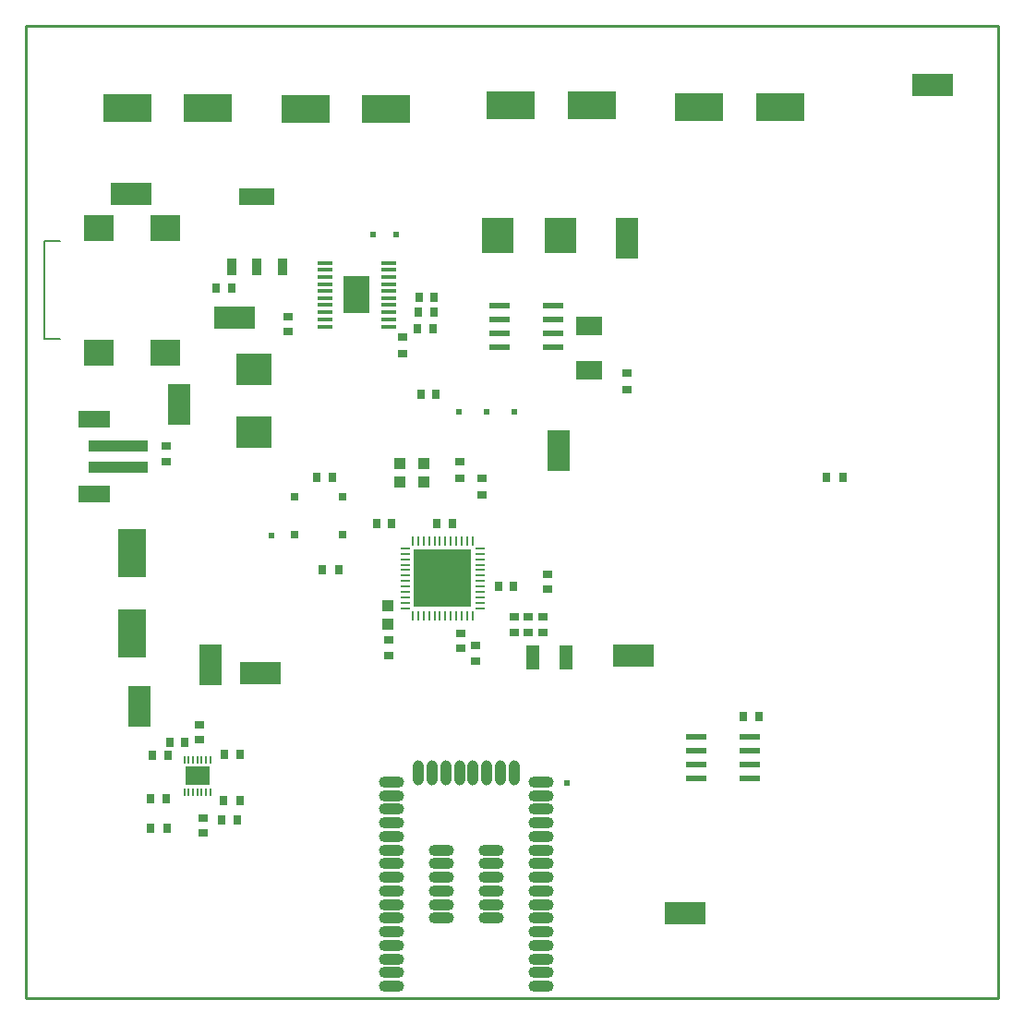
<source format=gtp>
G04 Layer_Color=8421504*
%FSLAX25Y25*%
%MOIN*%
G70*
G01*
G75*
%ADD10R,0.01024X0.03386*%
%ADD11R,0.03386X0.01024*%
%ADD12R,0.20866X0.20866*%
%ADD13R,0.09842X0.17323*%
%ADD14R,0.03500X0.06400*%
%ADD15R,0.12500X0.06400*%
%ADD16R,0.09400X0.13400*%
%ADD17R,0.05800X0.01400*%
%ADD18R,0.07800X0.02100*%
%ADD19R,0.07756X0.02362*%
%ADD20R,0.01000X0.02800*%
%ADD21R,0.09100X0.06700*%
%ADD22R,0.11024X0.09449*%
%ADD23R,0.14961X0.07992*%
%ADD24R,0.07992X0.14961*%
%ADD25R,0.02000X0.02000*%
G04:AMPARAMS|DCode=26|XSize=90.55mil|YSize=39.37mil|CornerRadius=19.68mil|HoleSize=0mil|Usage=FLASHONLY|Rotation=180.000|XOffset=0mil|YOffset=0mil|HoleType=Round|Shape=RoundedRectangle|*
%AMROUNDEDRECTD26*
21,1,0.09055,0.00000,0,0,180.0*
21,1,0.05118,0.03937,0,0,180.0*
1,1,0.03937,-0.02559,0.00000*
1,1,0.03937,0.02559,0.00000*
1,1,0.03937,0.02559,0.00000*
1,1,0.03937,-0.02559,0.00000*
%
%ADD26ROUNDEDRECTD26*%
G04:AMPARAMS|DCode=27|XSize=90.55mil|YSize=39.37mil|CornerRadius=19.68mil|HoleSize=0mil|Usage=FLASHONLY|Rotation=270.000|XOffset=0mil|YOffset=0mil|HoleType=Round|Shape=RoundedRectangle|*
%AMROUNDEDRECTD27*
21,1,0.09055,0.00000,0,0,270.0*
21,1,0.05118,0.03937,0,0,270.0*
1,1,0.03937,0.00000,-0.02559*
1,1,0.03937,0.00000,0.02559*
1,1,0.03937,0.00000,0.02559*
1,1,0.03937,0.00000,-0.02559*
%
%ADD27ROUNDEDRECTD27*%
%ADD28R,0.03543X0.02756*%
%ADD29R,0.03543X0.03150*%
%ADD30R,0.02756X0.03543*%
%ADD31R,0.11811X0.12598*%
%ADD32R,0.12598X0.11811*%
%ADD33R,0.09449X0.07087*%
%ADD34R,0.17323X0.09842*%
%ADD35R,0.03150X0.03543*%
%ADD36R,0.02000X0.02000*%
%ADD37R,0.03937X0.04331*%
%ADD38R,0.02362X0.01968*%
%ADD39R,0.04331X0.03858*%
%ADD40R,0.04528X0.08858*%
%ADD41R,0.21654X0.03937*%
%ADD42R,0.11811X0.06299*%
%ADD43R,0.02756X0.02756*%
%ADD44C,0.01000*%
%ADD47C,0.00800*%
G36*
X258698Y150761D02*
Y143402D01*
X251337D01*
Y150763D01*
X258698D01*
Y150761D01*
D02*
G37*
G36*
X248252Y143390D02*
X240894D01*
Y150773D01*
X248252D01*
Y143390D01*
D02*
G37*
G36*
X258710Y153847D02*
X251327D01*
Y161206D01*
X258710D01*
Y153847D01*
D02*
G37*
G36*
X248265Y153835D02*
X240881D01*
Y161219D01*
X248265D01*
Y153835D01*
D02*
G37*
D10*
X260827Y165524D02*
D03*
X258858D02*
D03*
X256890D02*
D03*
X254921D02*
D03*
X252953D02*
D03*
X250984D02*
D03*
X249016D02*
D03*
X247047D02*
D03*
X245079D02*
D03*
X243110D02*
D03*
X241142D02*
D03*
X239173D02*
D03*
Y138476D02*
D03*
X241142D02*
D03*
X243110D02*
D03*
X245079D02*
D03*
X247047D02*
D03*
X249016D02*
D03*
X250984D02*
D03*
X252953D02*
D03*
X254921D02*
D03*
X256890D02*
D03*
X258858D02*
D03*
X260827D02*
D03*
D11*
X236476Y162827D02*
D03*
Y160858D02*
D03*
Y158890D02*
D03*
Y156921D02*
D03*
Y154953D02*
D03*
Y152984D02*
D03*
Y151016D02*
D03*
Y149047D02*
D03*
Y147079D02*
D03*
Y145110D02*
D03*
Y143142D02*
D03*
Y141173D02*
D03*
X263524D02*
D03*
Y143142D02*
D03*
Y145110D02*
D03*
Y147079D02*
D03*
Y149047D02*
D03*
Y151016D02*
D03*
Y152984D02*
D03*
Y154953D02*
D03*
Y156921D02*
D03*
Y158890D02*
D03*
Y160858D02*
D03*
Y162827D02*
D03*
D12*
X250000Y152000D02*
D03*
D13*
X137900Y132033D02*
D03*
Y161167D02*
D03*
D14*
X173900Y264400D02*
D03*
X183000D02*
D03*
X192100D02*
D03*
D15*
X183000Y289600D02*
D03*
D16*
X218900Y254400D02*
D03*
D17*
X207400Y242900D02*
D03*
Y245400D02*
D03*
Y248000D02*
D03*
Y250600D02*
D03*
Y253100D02*
D03*
Y255700D02*
D03*
Y258200D02*
D03*
Y260800D02*
D03*
Y263400D02*
D03*
Y265900D02*
D03*
X230400D02*
D03*
Y263400D02*
D03*
Y260800D02*
D03*
Y258200D02*
D03*
Y255700D02*
D03*
Y253100D02*
D03*
Y250600D02*
D03*
Y248000D02*
D03*
Y245400D02*
D03*
Y242900D02*
D03*
D18*
X270500Y250300D02*
D03*
Y245300D02*
D03*
Y240300D02*
D03*
Y235300D02*
D03*
X289900D02*
D03*
Y240300D02*
D03*
Y245300D02*
D03*
Y250300D02*
D03*
D19*
X341512Y94800D02*
D03*
Y89800D02*
D03*
Y84800D02*
D03*
Y79800D02*
D03*
X361000D02*
D03*
Y84800D02*
D03*
Y89800D02*
D03*
Y94800D02*
D03*
D20*
X166100Y86500D02*
D03*
X164500D02*
D03*
X163000D02*
D03*
X161400D02*
D03*
X159800D02*
D03*
X158300D02*
D03*
X156700D02*
D03*
Y74700D02*
D03*
X158300D02*
D03*
X159800D02*
D03*
X161400D02*
D03*
X163000D02*
D03*
X164500D02*
D03*
X166100D02*
D03*
D21*
X161400Y80600D02*
D03*
D22*
X149816Y233559D02*
D03*
Y278441D02*
D03*
X125800Y233559D02*
D03*
Y278441D02*
D03*
D23*
X137500Y290600D02*
D03*
X337500Y31000D02*
D03*
X318900Y124000D02*
D03*
X427000Y330000D02*
D03*
X184300Y117800D02*
D03*
X175000Y246100D02*
D03*
D24*
X154800Y214900D02*
D03*
X316500Y274900D02*
D03*
X166100Y120600D02*
D03*
X291800Y198000D02*
D03*
X140600Y105700D02*
D03*
D25*
X294900Y78100D02*
D03*
D26*
X285524Y4680D02*
D03*
Y9601D02*
D03*
Y14522D02*
D03*
Y19443D02*
D03*
Y24365D02*
D03*
Y29286D02*
D03*
Y34207D02*
D03*
Y39128D02*
D03*
Y44050D02*
D03*
Y48971D02*
D03*
Y53892D02*
D03*
Y58813D02*
D03*
Y63735D02*
D03*
Y68656D02*
D03*
Y73577D02*
D03*
Y78498D02*
D03*
X231586D02*
D03*
Y73577D02*
D03*
Y68656D02*
D03*
Y63735D02*
D03*
Y58813D02*
D03*
Y53892D02*
D03*
Y48971D02*
D03*
Y44050D02*
D03*
Y39128D02*
D03*
Y34207D02*
D03*
Y29286D02*
D03*
Y24365D02*
D03*
Y19443D02*
D03*
Y14522D02*
D03*
Y9601D02*
D03*
Y4680D02*
D03*
X267610Y29286D02*
D03*
X249500D02*
D03*
X267610Y34207D02*
D03*
X249500D02*
D03*
X267610Y39128D02*
D03*
X249500D02*
D03*
X267610Y44050D02*
D03*
X249500D02*
D03*
X267610Y48971D02*
D03*
X249500D02*
D03*
X267610Y53892D02*
D03*
X249500D02*
D03*
D27*
X275779Y81845D02*
D03*
X270858D02*
D03*
X265937D02*
D03*
X261016D02*
D03*
X256094D02*
D03*
X251173D02*
D03*
X246252D02*
D03*
X241331D02*
D03*
D28*
X256200Y194153D02*
D03*
Y188247D02*
D03*
X316500Y226153D02*
D03*
Y220247D02*
D03*
X230400Y123947D02*
D03*
Y129853D02*
D03*
X235500Y238953D02*
D03*
Y233047D02*
D03*
X264100Y182247D02*
D03*
Y188153D02*
D03*
D29*
X262000Y127756D02*
D03*
Y122244D02*
D03*
X150300Y199756D02*
D03*
Y194244D02*
D03*
X162300Y99212D02*
D03*
Y93700D02*
D03*
X163500Y59944D02*
D03*
Y65456D02*
D03*
X286100Y132544D02*
D03*
Y138056D02*
D03*
X280800Y132444D02*
D03*
Y137956D02*
D03*
X275800Y132444D02*
D03*
Y137956D02*
D03*
X256500Y132256D02*
D03*
Y126744D02*
D03*
X194300Y240944D02*
D03*
Y246456D02*
D03*
X288000Y153456D02*
D03*
Y147944D02*
D03*
D30*
X246953Y248000D02*
D03*
X241047D02*
D03*
X170847Y71700D02*
D03*
X176753D02*
D03*
X170100Y64600D02*
D03*
X176005D02*
D03*
X150505Y61800D02*
D03*
X144600D02*
D03*
X204447Y188500D02*
D03*
X210353D02*
D03*
X388647Y188400D02*
D03*
X394553D02*
D03*
X212453Y155000D02*
D03*
X206547D02*
D03*
X145047Y88000D02*
D03*
X150953D02*
D03*
D31*
X270000Y275600D02*
D03*
X292598D02*
D03*
D32*
X181700Y204802D02*
D03*
Y227400D02*
D03*
D33*
X302700Y227128D02*
D03*
Y243072D02*
D03*
D34*
X274600Y322600D02*
D03*
X303734D02*
D03*
X342633Y322200D02*
D03*
X371767D02*
D03*
X200533Y321500D02*
D03*
X229667D02*
D03*
X165167Y321700D02*
D03*
X136033D02*
D03*
D35*
X241500Y253500D02*
D03*
X247012D02*
D03*
X171344Y88300D02*
D03*
X176856D02*
D03*
X156956Y92900D02*
D03*
X151444D02*
D03*
X150112Y72300D02*
D03*
X144600D02*
D03*
X358644Y102100D02*
D03*
X364156D02*
D03*
X231556Y171800D02*
D03*
X226044D02*
D03*
X275600Y149100D02*
D03*
X270088D02*
D03*
X247900Y171800D02*
D03*
X253412D02*
D03*
X246512Y242000D02*
D03*
X241000D02*
D03*
X173856Y256900D02*
D03*
X168344D02*
D03*
X247556Y218500D02*
D03*
X242044D02*
D03*
D36*
X275900Y212200D02*
D03*
X266000Y212000D02*
D03*
X255900Y212200D02*
D03*
X188100Y167400D02*
D03*
D37*
X230300Y135507D02*
D03*
Y142200D02*
D03*
D38*
X233234Y276200D02*
D03*
X224966D02*
D03*
D39*
X234669Y186653D02*
D03*
X243331D02*
D03*
Y193347D02*
D03*
X234669D02*
D03*
D40*
X294406Y123500D02*
D03*
X282594D02*
D03*
D41*
X132958Y191949D02*
D03*
Y199823D02*
D03*
D42*
X124100Y209272D02*
D03*
Y182500D02*
D03*
D43*
X196440Y181390D02*
D03*
X213960D02*
D03*
Y167610D02*
D03*
X196440D02*
D03*
D44*
X450500Y400D02*
Y351500D01*
X99500Y400D02*
X450500D01*
X99500Y351500D02*
X450500D01*
X99500Y400D02*
Y351500D01*
D47*
X106115Y238283D02*
X112020D01*
X106115Y273717D02*
X112020D01*
X106115Y238283D02*
Y273717D01*
M02*

</source>
